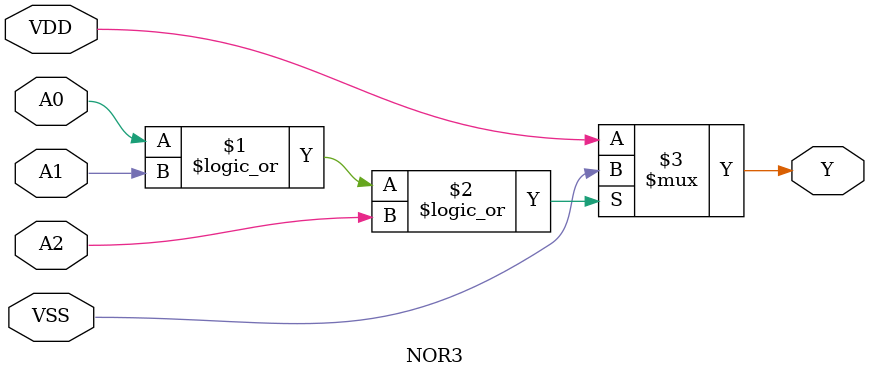
<source format=v>
module NOR3(Y, A0, A1, A2, VDD, VSS );
  input A0, A1, A2;
  output Y;
  inout VDD, VSS;

  assign Y = (A0 || A1 || A2) ? VSS : VDD ;
endmodule

</source>
